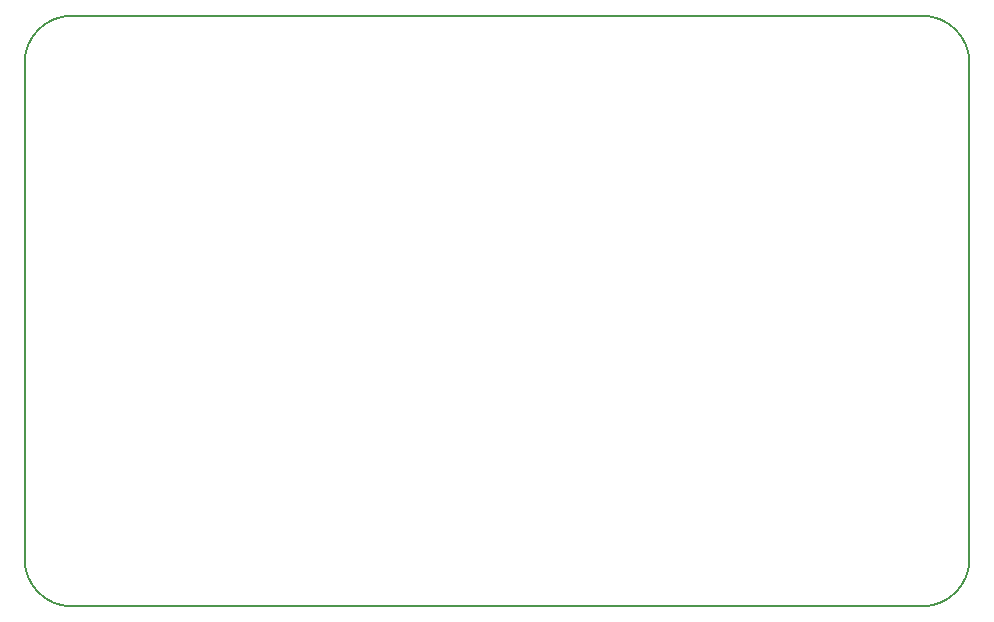
<source format=gbr>
G04 #@! TF.FileFunction,Profile,NP*
%FSLAX46Y46*%
G04 Gerber Fmt 4.6, Leading zero omitted, Abs format (unit mm)*
G04 Created by KiCad (PCBNEW 4.0.6) date 06/08/17 14:50:25*
%MOMM*%
%LPD*%
G01*
G04 APERTURE LIST*
%ADD10C,0.100000*%
%ADD11C,0.150000*%
G04 APERTURE END LIST*
D10*
D11*
X112500000Y-121500000D02*
G75*
G03X116500000Y-125500000I4000000J0D01*
G01*
X188500000Y-125500000D02*
G75*
G03X192500000Y-121500000I0J4000000D01*
G01*
X192500000Y-79500000D02*
G75*
G03X188500000Y-75500000I-4000000J0D01*
G01*
X188500000Y-75500000D02*
X116500000Y-75500000D01*
X112500000Y-79500000D02*
X112500000Y-121500000D01*
X116500000Y-75500000D02*
G75*
G03X112500000Y-79500000I0J-4000000D01*
G01*
X192500000Y-121500000D02*
X192500000Y-79500000D01*
X116500000Y-125500000D02*
X188500000Y-125500000D01*
M02*

</source>
